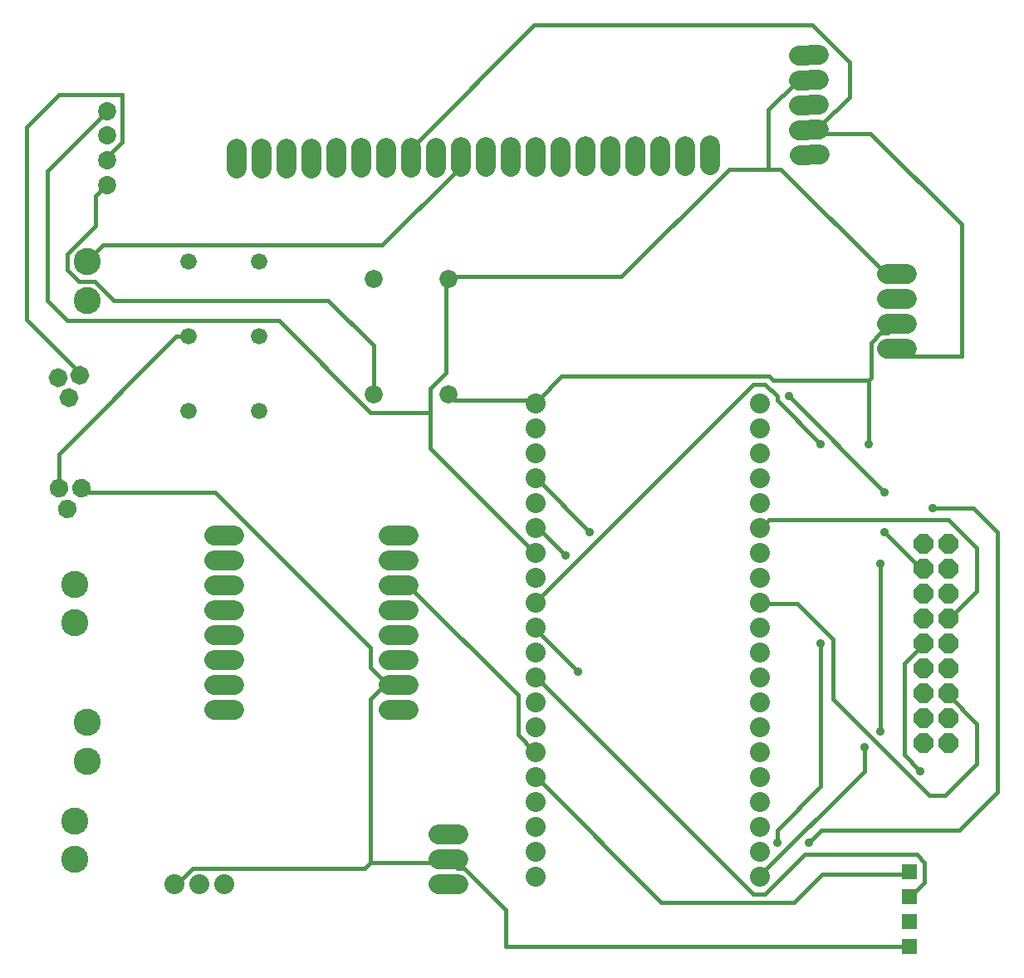
<source format=gbr>
G04 EAGLE Gerber RS-274X export*
G75*
%MOMM*%
%FSLAX34Y34*%
%LPD*%
%INBottom Copper*%
%IPPOS*%
%AMOC8*
5,1,8,0,0,1.08239X$1,22.5*%
G01*
G04 Define Apertures*
%ADD10C,2.766000*%
%ADD11C,2.032000*%
%ADD12P,2.19942X8X292.5*%
%ADD13P,1.97947X8X79*%
%ADD14P,1.97947X8X86*%
%ADD15C,1.846000*%
%ADD16C,1.676000*%
%ADD17C,2.036000*%
%ADD18R,1.616000X1.616000*%
%ADD19C,2.032000*%
%ADD20C,1.856000*%
%ADD21C,0.457200*%
%ADD22C,0.914400*%
D10*
X76200Y127000D03*
X76200Y166600D03*
D11*
X447040Y101600D02*
X467360Y101600D01*
X467360Y127000D02*
X447040Y127000D01*
X447040Y152400D02*
X467360Y152400D01*
D12*
X941450Y448820D03*
X966850Y448820D03*
X941450Y423420D03*
X966850Y423420D03*
X941450Y398020D03*
X966850Y398020D03*
X941450Y372620D03*
X966850Y372620D03*
X941450Y347220D03*
X966850Y347220D03*
X941450Y321820D03*
X966850Y321820D03*
X941450Y296420D03*
X966850Y296420D03*
X941450Y271020D03*
X966850Y271020D03*
X941450Y245620D03*
X966850Y245620D03*
D11*
X924560Y647700D02*
X904240Y647700D01*
X904240Y673100D02*
X924560Y673100D01*
X924560Y698500D02*
X904240Y698500D01*
X904240Y723900D02*
X924560Y723900D01*
X469968Y833086D02*
X469826Y853405D01*
X444427Y853228D02*
X444569Y832909D01*
X419169Y832731D02*
X419028Y853051D01*
X393628Y852873D02*
X393770Y832554D01*
X368371Y832377D02*
X368229Y852696D01*
X342829Y852519D02*
X342971Y832199D01*
X317572Y832022D02*
X317430Y852342D01*
X292031Y852164D02*
X292172Y831845D01*
X266773Y831667D02*
X266631Y851987D01*
X241232Y851810D02*
X241374Y831490D01*
X723962Y834859D02*
X723820Y855179D01*
X698421Y855001D02*
X698563Y834682D01*
X673163Y834505D02*
X673021Y854824D01*
X647622Y854647D02*
X647764Y834327D01*
X622364Y834150D02*
X622223Y854469D01*
X596823Y854292D02*
X596965Y833973D01*
X571566Y833795D02*
X571424Y854115D01*
X546024Y853937D02*
X546166Y833618D01*
X520767Y833441D02*
X520625Y853760D01*
X495226Y853583D02*
X495368Y833263D01*
X814620Y947255D02*
X834939Y947397D01*
X835116Y921997D02*
X814797Y921855D01*
X814974Y896456D02*
X835294Y896598D01*
X835471Y871199D02*
X815151Y871057D01*
X815329Y845657D02*
X835648Y845799D01*
D13*
X69190Y484710D03*
X60314Y505814D03*
X83210Y505890D03*
D14*
X70533Y598234D03*
X59152Y618100D03*
X81867Y620966D03*
D15*
X457200Y601600D03*
X457200Y719200D03*
X381000Y601600D03*
X381000Y719200D03*
D16*
X192400Y660400D03*
X264800Y660400D03*
X192400Y584200D03*
X264800Y584200D03*
X192400Y736600D03*
X264800Y736600D03*
D11*
X238760Y279400D02*
X218440Y279400D01*
X218440Y304800D02*
X238760Y304800D01*
X238760Y330200D02*
X218440Y330200D01*
X218440Y355600D02*
X238760Y355600D01*
X238760Y381000D02*
X218440Y381000D01*
X218440Y406400D02*
X238760Y406400D01*
X238760Y431800D02*
X218440Y431800D01*
X218440Y457200D02*
X238760Y457200D01*
X396240Y279400D02*
X416560Y279400D01*
X416560Y304800D02*
X396240Y304800D01*
X396240Y330200D02*
X416560Y330200D01*
X416560Y355600D02*
X396240Y355600D01*
X396240Y381000D02*
X416560Y381000D01*
X416560Y406400D02*
X396240Y406400D01*
X396240Y431800D02*
X416560Y431800D01*
X416560Y457200D02*
X396240Y457200D01*
D17*
X546100Y109200D03*
X546100Y134600D03*
X546100Y160000D03*
X546100Y185400D03*
X546100Y210800D03*
X546100Y236200D03*
X546100Y261600D03*
X546100Y287000D03*
X546100Y312400D03*
X546100Y337800D03*
X546100Y363200D03*
X546100Y388600D03*
X546100Y414000D03*
X546100Y439400D03*
X546100Y464800D03*
X546100Y490200D03*
X546100Y515600D03*
X546100Y541000D03*
X546100Y566400D03*
X546100Y591800D03*
X774700Y109200D03*
X774700Y134600D03*
X774700Y160000D03*
X774700Y185400D03*
X774700Y210800D03*
X774700Y236200D03*
X774700Y261600D03*
X774700Y287000D03*
X774700Y312400D03*
X774700Y337800D03*
X774700Y363200D03*
X774700Y388600D03*
X774700Y414000D03*
X774700Y439400D03*
X774700Y464800D03*
X774700Y490200D03*
X774700Y515600D03*
X774700Y541000D03*
X774700Y566400D03*
X774700Y591800D03*
D18*
X927100Y38100D03*
X927100Y63500D03*
X927100Y88900D03*
X927100Y114300D03*
D10*
X76200Y368300D03*
X76200Y407900D03*
D19*
X177800Y101600D03*
X203200Y101600D03*
X228600Y101600D03*
D10*
X88900Y736600D03*
X88900Y697000D03*
X88990Y266700D03*
X88990Y227100D03*
D20*
X109756Y815204D03*
X109756Y840204D03*
X109756Y865204D03*
X109756Y890204D03*
D21*
X898144Y428752D02*
X898144Y258064D01*
X881888Y241808D02*
X881888Y217424D01*
X776224Y111760D01*
X774700Y109200D01*
D22*
X898144Y428752D03*
X898144Y258064D03*
X881888Y241808D03*
D21*
X938784Y424688D02*
X902208Y461264D01*
X902208Y501904D02*
X804672Y599440D01*
X938784Y424688D02*
X941450Y423420D01*
D22*
X902208Y461264D03*
X902208Y501904D03*
X804672Y599440D03*
D21*
X950976Y485648D02*
X992632Y485648D01*
X1017016Y195580D02*
X978408Y156972D01*
X837692Y156972D01*
X824992Y144272D01*
X589280Y319024D02*
X548640Y359664D01*
X546100Y363200D01*
D22*
X950976Y485648D03*
X824992Y144272D03*
X589280Y319024D03*
D21*
X1017016Y195580D02*
X1017016Y461264D01*
X992632Y485648D01*
X837184Y550672D02*
X792480Y595376D01*
X792480Y599440D01*
X780288Y611632D01*
X768096Y611632D01*
X548640Y392176D01*
X546100Y388600D01*
D22*
X837184Y550672D03*
D21*
X967232Y375920D02*
X971296Y375920D01*
X996188Y400812D01*
X996188Y444500D01*
X967232Y473456D01*
X784352Y473456D01*
X776224Y465328D01*
X967232Y375920D02*
X966850Y372620D01*
X776224Y465328D02*
X774700Y464800D01*
X922528Y327152D02*
X938784Y343408D01*
X922528Y327152D02*
X922528Y233680D01*
X938784Y217424D01*
X577088Y436880D02*
X548640Y465328D01*
X938784Y343408D02*
X941450Y347220D01*
X548640Y465328D02*
X546100Y464800D01*
D22*
X938784Y217424D03*
X577088Y436880D03*
D21*
X837184Y347472D02*
X837184Y201676D01*
X792480Y156972D01*
X792480Y144272D01*
X601472Y461264D02*
X548640Y514096D01*
X546100Y515600D01*
D22*
X837184Y347472D03*
X792480Y144272D03*
X601472Y461264D03*
D21*
X967232Y294640D02*
X996188Y265684D01*
X996188Y225044D01*
X963676Y192532D01*
X947420Y192532D01*
X849376Y290576D01*
X849376Y351536D01*
X812800Y388112D01*
X776224Y388112D01*
X966850Y296420D02*
X967232Y294640D01*
X776224Y388112D02*
X774700Y388600D01*
X838200Y111760D02*
X926592Y111760D01*
X838200Y111760D02*
X809752Y83312D01*
X674624Y83312D01*
X548640Y209296D01*
X927100Y114300D02*
X926592Y111760D01*
X548640Y209296D02*
X546100Y210800D01*
X812800Y920496D02*
X820928Y920496D01*
X812800Y920496D02*
X783844Y891540D01*
X783844Y831088D01*
X796544Y831088D02*
X901065Y726567D01*
X824957Y921926D02*
X820928Y920496D01*
X901065Y726567D02*
X914400Y723900D01*
X455168Y717296D02*
X455168Y623824D01*
X438912Y607568D01*
X438912Y583184D02*
X438912Y546608D01*
X438912Y583184D02*
X438912Y607568D01*
X438912Y546608D02*
X544576Y440944D01*
X455168Y717296D02*
X457200Y719200D01*
X544576Y440944D02*
X546100Y439400D01*
X284480Y676656D02*
X69088Y676656D01*
X284480Y676656D02*
X377952Y583184D01*
X438912Y583184D01*
X743712Y831088D02*
X783844Y831088D01*
X796544Y831088D01*
X743712Y831088D02*
X633984Y721360D01*
X459232Y721360D01*
X457200Y719200D01*
X109756Y890204D02*
X48400Y828848D01*
X48400Y697344D01*
X69088Y676656D01*
X930656Y91440D02*
X942848Y103632D01*
X942848Y123952D01*
X934720Y132080D01*
X820928Y132080D01*
X780288Y91440D01*
X768096Y91440D01*
X548640Y310896D01*
X927100Y88900D02*
X930656Y91440D01*
X548640Y310896D02*
X546100Y312400D01*
X418592Y404368D02*
X406400Y404368D01*
X418592Y404368D02*
X528320Y294640D01*
X528320Y254000D01*
X544576Y237744D01*
X406400Y404368D02*
X406400Y406400D01*
X544576Y237744D02*
X546100Y236200D01*
X837184Y867664D02*
X887984Y867664D01*
X837184Y867664D02*
X829056Y867664D01*
X887984Y867664D02*
X980440Y775208D01*
X980440Y640080D01*
X829056Y867664D02*
X825311Y871128D01*
X837184Y867664D02*
X837184Y875792D01*
X866140Y904748D01*
X866140Y940308D01*
X828548Y977900D01*
X545084Y977900D01*
X422656Y855472D01*
X422656Y843280D01*
X825311Y871128D02*
X837184Y867664D01*
X422656Y843280D02*
X419098Y842891D01*
X219456Y501904D02*
X85344Y501904D01*
X219456Y501904D02*
X377952Y343408D01*
X377952Y323088D01*
X394208Y306832D01*
X406400Y306832D01*
X85344Y501904D02*
X83210Y505890D01*
X406400Y306832D02*
X406400Y304800D01*
X516128Y38608D02*
X926592Y38608D01*
X927100Y38100D01*
X456692Y123952D02*
X377952Y123952D01*
X456692Y123952D02*
X457200Y127000D01*
X377952Y290576D02*
X394208Y306832D01*
X377952Y290576D02*
X377952Y123952D01*
X406400Y304800D02*
X394208Y306832D01*
X27432Y873760D02*
X60452Y906780D01*
X27432Y873760D02*
X27432Y677672D01*
X81280Y623824D01*
X81867Y620966D01*
X457200Y127000D02*
X466598Y117602D01*
X473988Y117602D01*
X516128Y75462D01*
X516128Y38608D01*
X377952Y123952D02*
X371602Y117602D01*
X180570Y101600D02*
X177800Y101600D01*
X196572Y117602D02*
X371602Y117602D01*
X196572Y117602D02*
X180570Y101600D01*
X124878Y906780D02*
X60452Y906780D01*
X109756Y843818D02*
X109756Y840204D01*
X124878Y858940D02*
X124878Y906780D01*
X124878Y858940D02*
X109756Y843818D01*
X914400Y647700D02*
X922020Y640080D01*
X980440Y640080D01*
X885952Y615696D02*
X885952Y550672D01*
X381000Y601600D02*
X381000Y651256D01*
X334772Y697484D01*
X463296Y595376D02*
X544576Y595376D01*
X463296Y595376D02*
X459232Y599440D01*
X544576Y595376D02*
X546100Y591800D01*
X459232Y599440D02*
X457200Y601600D01*
X788416Y615696D02*
X885952Y615696D01*
X788416Y615696D02*
X784352Y619760D01*
X573024Y619760D01*
X548640Y595376D01*
X546100Y591800D01*
D22*
X885952Y550672D03*
D21*
X885952Y615696D02*
X888238Y617982D01*
X109756Y815204D02*
X98044Y803492D01*
X98044Y773564D02*
X69228Y744748D01*
X98044Y773564D02*
X98044Y803492D01*
X116236Y697484D02*
X334772Y697484D01*
X97048Y716672D02*
X81008Y716672D01*
X69228Y728452D01*
X69228Y744748D01*
X97048Y716672D02*
X116236Y697484D01*
X888238Y654328D02*
X897612Y663702D01*
X888238Y654328D02*
X888238Y617982D01*
X905002Y663702D02*
X914400Y673100D01*
X905002Y663702D02*
X897612Y663702D01*
X60314Y540894D02*
X60314Y505814D01*
X179821Y660400D02*
X192400Y660400D01*
X179821Y660400D02*
X60314Y540894D01*
X467360Y831088D02*
X467360Y839216D01*
X467360Y831088D02*
X390144Y753872D01*
X105664Y753872D01*
X89408Y737616D01*
X467360Y839216D02*
X469897Y843246D01*
X89408Y737616D02*
X88900Y736600D01*
M02*

</source>
